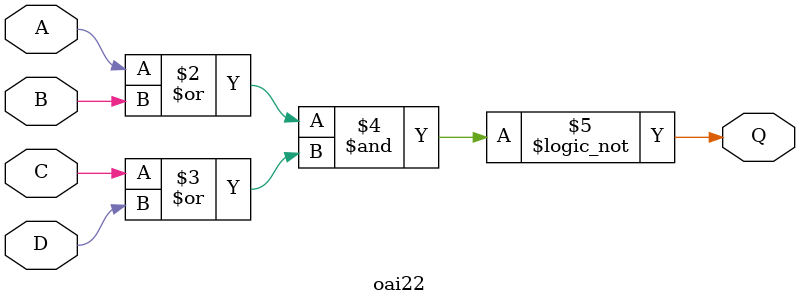
<source format=v>
`timescale 1ns/10ps
module oai22 (A,B,C,D,Q);
	input A,B,C,D;
	output Q;
	
  always@*
	begin
	   Q=!((A|B)&(C|D));
  	end
endmodule

</source>
